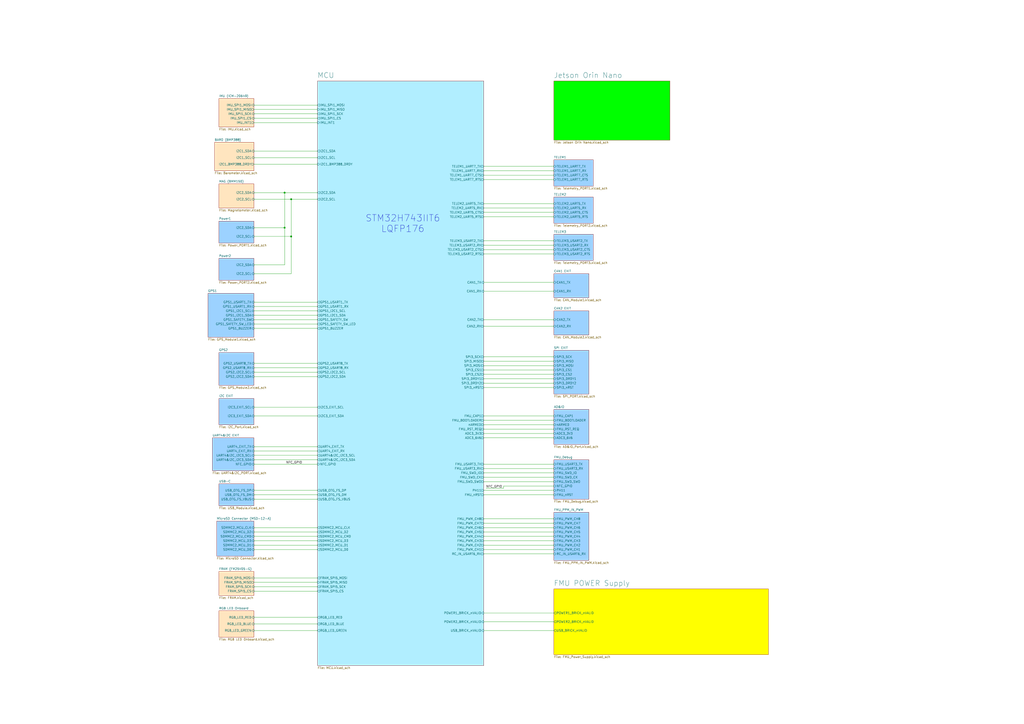
<source format=kicad_sch>
(kicad_sch
	(version 20231120)
	(generator "eeschema")
	(generator_version "8.0")
	(uuid "cf9d6f46-4151-4f99-a0eb-0d43c2880094")
	(paper "A2")
	(lib_symbols)
	(junction
		(at 168.91 137.16)
		(diameter 0)
		(color 0 0 0 0)
		(uuid "4c66aa2d-2a9d-4a28-be15-bd5024a9315b")
	)
	(junction
		(at 168.91 115.57)
		(diameter 0)
		(color 0 0 0 0)
		(uuid "6014fe70-053e-410b-b7e3-6daad003d77f")
	)
	(junction
		(at 165.1 132.08)
		(diameter 0)
		(color 0 0 0 0)
		(uuid "90603a91-a898-4ece-8c0d-643da8b19535")
	)
	(junction
		(at 165.1 111.76)
		(diameter 0)
		(color 0 0 0 0)
		(uuid "e04cff9c-0d4c-4d1c-83f1-dcd8602af1d8")
	)
	(wire
		(pts
			(xy 280.67 321.31) (xy 321.31 321.31)
		)
		(stroke
			(width 0)
			(type default)
		)
		(uuid "03633a93-a633-416e-956d-69bea4c50a1f")
	)
	(wire
		(pts
			(xy 280.67 104.14) (xy 321.31 104.14)
		)
		(stroke
			(width 0)
			(type default)
		)
		(uuid "04cf2cfa-b08b-4e6c-9d45-199eb752e29e")
	)
	(wire
		(pts
			(xy 147.32 340.36) (xy 184.15 340.36)
		)
		(stroke
			(width 0)
			(type default)
		)
		(uuid "06a35148-c27d-43e4-99a1-01326e827eff")
	)
	(wire
		(pts
			(xy 147.32 71.12) (xy 184.15 71.12)
		)
		(stroke
			(width 0)
			(type default)
		)
		(uuid "0c30c2a1-2066-476c-8e96-cc501534da77")
	)
	(wire
		(pts
			(xy 147.32 66.04) (xy 184.15 66.04)
		)
		(stroke
			(width 0)
			(type default)
		)
		(uuid "146f543f-c7b1-4b28-8e25-dc685527d377")
	)
	(wire
		(pts
			(xy 147.32 358.14) (xy 184.15 358.14)
		)
		(stroke
			(width 0)
			(type default)
		)
		(uuid "1751acd3-0abb-420c-b535-837f69d84082")
	)
	(wire
		(pts
			(xy 147.32 365.76) (xy 184.15 365.76)
		)
		(stroke
			(width 0)
			(type default)
		)
		(uuid "1ae98525-c505-4b27-b0cd-37367f3db5c3")
	)
	(wire
		(pts
			(xy 147.32 91.44) (xy 184.15 91.44)
		)
		(stroke
			(width 0)
			(type default)
		)
		(uuid "1b76c037-2908-4cd7-8e9a-0eeb812a07c4")
	)
	(wire
		(pts
			(xy 280.67 189.23) (xy 321.31 189.23)
		)
		(stroke
			(width 0)
			(type default)
		)
		(uuid "1dfe6fbf-15c7-449d-99dc-6c4c1fcde68c")
	)
	(wire
		(pts
			(xy 280.67 168.91) (xy 321.31 168.91)
		)
		(stroke
			(width 0)
			(type default)
		)
		(uuid "200103de-574e-41c3-a949-47d298a7fa19")
	)
	(wire
		(pts
			(xy 147.32 158.75) (xy 168.91 158.75)
		)
		(stroke
			(width 0)
			(type default)
		)
		(uuid "222d695c-f72e-4af5-800d-70cc7a11bf7a")
	)
	(wire
		(pts
			(xy 292.1 281.94) (xy 321.31 281.94)
		)
		(stroke
			(width 0)
			(type default)
		)
		(uuid "2301c4d8-e01c-4c57-b680-1c6573434f03")
	)
	(wire
		(pts
			(xy 147.32 269.24) (xy 184.15 269.24)
		)
		(stroke
			(width 0)
			(type default)
		)
		(uuid "23c368df-8eb4-49db-8a3e-183b06623bc8")
	)
	(wire
		(pts
			(xy 280.67 254) (xy 321.31 254)
		)
		(stroke
			(width 0)
			(type default)
		)
		(uuid "243e8832-9e1d-4ec7-a93c-090d2f0f4d67")
	)
	(wire
		(pts
			(xy 280.67 316.23) (xy 321.31 316.23)
		)
		(stroke
			(width 0)
			(type default)
		)
		(uuid "24e087be-996d-47b6-892f-b42ebdd16024")
	)
	(wire
		(pts
			(xy 280.67 144.78) (xy 321.31 144.78)
		)
		(stroke
			(width 0)
			(type default)
		)
		(uuid "29157772-0cea-4db5-bba7-be0b9f2a9144")
	)
	(wire
		(pts
			(xy 280.67 274.32) (xy 321.31 274.32)
		)
		(stroke
			(width 0)
			(type default)
		)
		(uuid "3004dea6-11e1-4f4f-9ecf-2997c32148d4")
	)
	(wire
		(pts
			(xy 280.67 308.61) (xy 321.31 308.61)
		)
		(stroke
			(width 0)
			(type default)
		)
		(uuid "314e52b3-ee5a-43c0-8503-261d1c21e337")
	)
	(wire
		(pts
			(xy 147.32 177.8) (xy 184.15 177.8)
		)
		(stroke
			(width 0)
			(type default)
		)
		(uuid "31558b74-f84e-410b-bf82-c5f2bac29e0b")
	)
	(wire
		(pts
			(xy 147.32 284.48) (xy 184.15 284.48)
		)
		(stroke
			(width 0)
			(type default)
		)
		(uuid "317ca92f-2f81-4666-982d-35a23c0b2e2a")
	)
	(wire
		(pts
			(xy 165.1 111.76) (xy 184.15 111.76)
		)
		(stroke
			(width 0)
			(type default)
		)
		(uuid "31ea585a-00a6-45c2-85c8-1edcfd9e2e5a")
	)
	(wire
		(pts
			(xy 147.32 68.58) (xy 184.15 68.58)
		)
		(stroke
			(width 0)
			(type default)
		)
		(uuid "335b7a80-11d2-426b-9f07-f7f00f4821e3")
	)
	(wire
		(pts
			(xy 280.67 271.78) (xy 321.31 271.78)
		)
		(stroke
			(width 0)
			(type default)
		)
		(uuid "34406e91-9455-431f-979f-c310fc6517d4")
	)
	(wire
		(pts
			(xy 280.67 279.4) (xy 321.31 279.4)
		)
		(stroke
			(width 0)
			(type default)
		)
		(uuid "354258be-2c48-421d-ba97-a872a64515a1")
	)
	(wire
		(pts
			(xy 280.67 246.38) (xy 321.31 246.38)
		)
		(stroke
			(width 0)
			(type default)
		)
		(uuid "38c2d4f6-ef6e-43d4-97f0-28476876415c")
	)
	(wire
		(pts
			(xy 280.67 241.3) (xy 321.31 241.3)
		)
		(stroke
			(width 0)
			(type default)
		)
		(uuid "3b186194-60c3-405f-bd87-4d4d2bcb2db0")
	)
	(wire
		(pts
			(xy 147.32 115.57) (xy 168.91 115.57)
		)
		(stroke
			(width 0)
			(type default)
		)
		(uuid "3cd7bcac-afa4-4cd5-96ac-7c918099cfd9")
	)
	(wire
		(pts
			(xy 280.67 365.76) (xy 321.31 365.76)
		)
		(stroke
			(width 0)
			(type default)
		)
		(uuid "3ffb3391-0d98-41cc-a778-77197701bfca")
	)
	(wire
		(pts
			(xy 147.32 215.9) (xy 184.15 215.9)
		)
		(stroke
			(width 0)
			(type default)
		)
		(uuid "40a6f8f5-63bb-4de4-94f2-8f5287301bfd")
	)
	(wire
		(pts
			(xy 280.67 207.01) (xy 321.31 207.01)
		)
		(stroke
			(width 0)
			(type default)
		)
		(uuid "431c6751-4924-454e-96b1-01574690ed23")
	)
	(wire
		(pts
			(xy 147.32 187.96) (xy 184.15 187.96)
		)
		(stroke
			(width 0)
			(type default)
		)
		(uuid "44ed0517-aab1-440a-9051-07cfb6446d01")
	)
	(wire
		(pts
			(xy 280.67 355.6) (xy 321.31 355.6)
		)
		(stroke
			(width 0)
			(type default)
		)
		(uuid "44f81e3f-0806-4527-8b88-e11b8abfc070")
	)
	(wire
		(pts
			(xy 147.32 311.15) (xy 184.15 311.15)
		)
		(stroke
			(width 0)
			(type default)
		)
		(uuid "45200f32-2599-451a-a5ee-c5c4c6ace3fd")
	)
	(wire
		(pts
			(xy 280.67 224.79) (xy 321.31 224.79)
		)
		(stroke
			(width 0)
			(type default)
		)
		(uuid "4716730e-3292-4098-bd85-53c159690ad1")
	)
	(wire
		(pts
			(xy 280.67 123.19) (xy 321.31 123.19)
		)
		(stroke
			(width 0)
			(type default)
		)
		(uuid "48bbf863-ffe8-435a-b958-a0d22e9879aa")
	)
	(wire
		(pts
			(xy 168.91 137.16) (xy 168.91 158.75)
		)
		(stroke
			(width 0)
			(type default)
		)
		(uuid "4eb7b2f9-e3a1-46c5-a296-581eaec38a90")
	)
	(wire
		(pts
			(xy 147.32 261.62) (xy 184.15 261.62)
		)
		(stroke
			(width 0)
			(type default)
		)
		(uuid "4f2c270e-059f-4b66-b4f7-89a1f020f189")
	)
	(wire
		(pts
			(xy 147.32 266.7) (xy 184.15 266.7)
		)
		(stroke
			(width 0)
			(type default)
		)
		(uuid "4f9a7414-8220-42fb-9450-15af0b44da8e")
	)
	(wire
		(pts
			(xy 280.67 311.15) (xy 321.31 311.15)
		)
		(stroke
			(width 0)
			(type default)
		)
		(uuid "51c2f3b4-84f8-4825-bad7-4363c4d08d58")
	)
	(wire
		(pts
			(xy 280.67 209.55) (xy 321.31 209.55)
		)
		(stroke
			(width 0)
			(type default)
		)
		(uuid "53e17b3a-cd96-455f-96fb-fdc32fbfea96")
	)
	(wire
		(pts
			(xy 147.32 306.07) (xy 184.15 306.07)
		)
		(stroke
			(width 0)
			(type default)
		)
		(uuid "53fb0a83-7cd0-47c0-a25e-7354180f7b03")
	)
	(wire
		(pts
			(xy 147.32 180.34) (xy 184.15 180.34)
		)
		(stroke
			(width 0)
			(type default)
		)
		(uuid "56dce3b8-2141-447b-a302-8f627a9cdcc0")
	)
	(wire
		(pts
			(xy 147.32 337.82) (xy 184.15 337.82)
		)
		(stroke
			(width 0)
			(type default)
		)
		(uuid "5993bbdc-04b7-43d6-9575-39d4e780e3c8")
	)
	(wire
		(pts
			(xy 280.67 185.42) (xy 321.31 185.42)
		)
		(stroke
			(width 0)
			(type default)
		)
		(uuid "59c35455-dd3c-4f9c-8153-4cd2efea8c89")
	)
	(wire
		(pts
			(xy 147.32 308.61) (xy 184.15 308.61)
		)
		(stroke
			(width 0)
			(type default)
		)
		(uuid "6366034f-4fc9-471d-a971-35e79faf6c21")
	)
	(wire
		(pts
			(xy 147.32 95.25) (xy 184.15 95.25)
		)
		(stroke
			(width 0)
			(type default)
		)
		(uuid "646e0765-8575-441b-9aa8-f62cf79eba02")
	)
	(wire
		(pts
			(xy 147.32 87.63) (xy 184.15 87.63)
		)
		(stroke
			(width 0)
			(type default)
		)
		(uuid "6d5d0c97-3ae2-4b74-a4e2-88aed56196f5")
	)
	(wire
		(pts
			(xy 280.67 101.6) (xy 321.31 101.6)
		)
		(stroke
			(width 0)
			(type default)
		)
		(uuid "7151fd87-6fa9-4e0f-8b61-0ae2f801e955")
	)
	(wire
		(pts
			(xy 280.67 306.07) (xy 321.31 306.07)
		)
		(stroke
			(width 0)
			(type default)
		)
		(uuid "715aaefa-2a6c-4039-b461-cc0c8bada0d6")
	)
	(wire
		(pts
			(xy 147.32 190.5) (xy 184.15 190.5)
		)
		(stroke
			(width 0)
			(type default)
		)
		(uuid "75062b7d-e818-4c55-b1a7-856bfd06dc10")
	)
	(wire
		(pts
			(xy 280.67 120.65) (xy 321.31 120.65)
		)
		(stroke
			(width 0)
			(type default)
		)
		(uuid "760ca820-2f96-4e95-bc65-294445927221")
	)
	(wire
		(pts
			(xy 165.1 132.08) (xy 165.1 153.67)
		)
		(stroke
			(width 0)
			(type default)
		)
		(uuid "774d41ec-0a8c-45ca-8401-00206c004cc6")
	)
	(wire
		(pts
			(xy 147.32 318.77) (xy 184.15 318.77)
		)
		(stroke
			(width 0)
			(type default)
		)
		(uuid "7abb9dc9-f366-429e-8aba-44623f4c6cee")
	)
	(wire
		(pts
			(xy 280.67 139.7) (xy 321.31 139.7)
		)
		(stroke
			(width 0)
			(type default)
		)
		(uuid "7e758e53-278f-4650-abb6-73fbdf8d9491")
	)
	(wire
		(pts
			(xy 147.32 182.88) (xy 184.15 182.88)
		)
		(stroke
			(width 0)
			(type default)
		)
		(uuid "840bd6af-50a3-461e-9ddf-e6e6fcc01666")
	)
	(wire
		(pts
			(xy 280.67 248.92) (xy 321.31 248.92)
		)
		(stroke
			(width 0)
			(type default)
		)
		(uuid "84254084-cea6-4974-b964-ea0db676c143")
	)
	(wire
		(pts
			(xy 147.32 342.9) (xy 184.15 342.9)
		)
		(stroke
			(width 0)
			(type default)
		)
		(uuid "850ca47e-6972-4149-9277-a67fb76594e4")
	)
	(wire
		(pts
			(xy 280.67 99.06) (xy 321.31 99.06)
		)
		(stroke
			(width 0)
			(type default)
		)
		(uuid "8a9614eb-e802-438c-9cd6-e98714ec05da")
	)
	(wire
		(pts
			(xy 281.94 283.21) (xy 292.1 283.21)
		)
		(stroke
			(width 0)
			(type default)
		)
		(uuid "8d4a6302-7936-4289-9b38-653cd797bbd1")
	)
	(wire
		(pts
			(xy 147.32 316.23) (xy 184.15 316.23)
		)
		(stroke
			(width 0)
			(type default)
		)
		(uuid "8ebdd758-eb8b-4c5b-9354-378538b83bba")
	)
	(wire
		(pts
			(xy 147.32 137.16) (xy 168.91 137.16)
		)
		(stroke
			(width 0)
			(type default)
		)
		(uuid "8f0e53bf-6ab1-40e9-8e00-1679571ae51a")
	)
	(wire
		(pts
			(xy 280.67 125.73) (xy 321.31 125.73)
		)
		(stroke
			(width 0)
			(type default)
		)
		(uuid "8f850c58-3f3b-44de-b3cd-7a3db37fa6ca")
	)
	(wire
		(pts
			(xy 165.1 111.76) (xy 165.1 132.08)
		)
		(stroke
			(width 0)
			(type default)
		)
		(uuid "92644380-7c3f-4fc6-b9b1-794fa6f21219")
	)
	(wire
		(pts
			(xy 280.67 219.71) (xy 321.31 219.71)
		)
		(stroke
			(width 0)
			(type default)
		)
		(uuid "97a9fd55-ce39-4e56-a8cf-1a0330c398f6")
	)
	(wire
		(pts
			(xy 280.67 360.68) (xy 321.31 360.68)
		)
		(stroke
			(width 0)
			(type default)
		)
		(uuid "99d69e31-f678-425c-8ed4-977bd8b9e8ac")
	)
	(wire
		(pts
			(xy 147.32 132.08) (xy 165.1 132.08)
		)
		(stroke
			(width 0)
			(type default)
		)
		(uuid "a4576a4d-d375-4e37-8964-62e9844abf83")
	)
	(wire
		(pts
			(xy 280.67 142.24) (xy 321.31 142.24)
		)
		(stroke
			(width 0)
			(type default)
		)
		(uuid "a8b009f1-71b2-432c-9f04-222769b16349")
	)
	(wire
		(pts
			(xy 147.32 185.42) (xy 184.15 185.42)
		)
		(stroke
			(width 0)
			(type default)
		)
		(uuid "aa2b3772-c9e1-4b73-964a-ccf4a70f432e")
	)
	(wire
		(pts
			(xy 147.32 259.08) (xy 184.15 259.08)
		)
		(stroke
			(width 0)
			(type default)
		)
		(uuid "aa51b1bc-9d95-4565-84a4-b3dd104518a8")
	)
	(wire
		(pts
			(xy 147.32 153.67) (xy 165.1 153.67)
		)
		(stroke
			(width 0)
			(type default)
		)
		(uuid "ac503662-3762-4ed9-8604-99b1ed7301c4")
	)
	(wire
		(pts
			(xy 147.32 289.56) (xy 184.15 289.56)
		)
		(stroke
			(width 0)
			(type default)
		)
		(uuid "be70b9cb-f4f2-493a-a158-73ec00af5c69")
	)
	(wire
		(pts
			(xy 280.67 118.11) (xy 321.31 118.11)
		)
		(stroke
			(width 0)
			(type default)
		)
		(uuid "be79eda4-12fb-4d6d-be0e-5a95da195230")
	)
	(wire
		(pts
			(xy 280.67 147.32) (xy 321.31 147.32)
		)
		(stroke
			(width 0)
			(type default)
		)
		(uuid "c11b2bd5-caef-4c38-af6b-fc9ad9c9bd03")
	)
	(wire
		(pts
			(xy 280.67 303.53) (xy 321.31 303.53)
		)
		(stroke
			(width 0)
			(type default)
		)
		(uuid "c126568c-f4c4-417f-9363-a95f8188a791")
	)
	(wire
		(pts
			(xy 147.32 264.16) (xy 184.15 264.16)
		)
		(stroke
			(width 0)
			(type default)
		)
		(uuid "c28bf512-6154-4ae9-9a1c-b8753977d167")
	)
	(wire
		(pts
			(xy 147.32 241.3) (xy 184.15 241.3)
		)
		(stroke
			(width 0)
			(type default)
		)
		(uuid "c811c07f-1b9f-40a5-aaba-db7ab6cf67ea")
	)
	(wire
		(pts
			(xy 280.67 214.63) (xy 321.31 214.63)
		)
		(stroke
			(width 0)
			(type default)
		)
		(uuid "c972055e-7435-4c40-9198-e052f225a683")
	)
	(wire
		(pts
			(xy 147.32 287.02) (xy 184.15 287.02)
		)
		(stroke
			(width 0)
			(type default)
		)
		(uuid "ca467bfb-96da-4ec5-a848-b3943b5acede")
	)
	(wire
		(pts
			(xy 147.32 313.69) (xy 184.15 313.69)
		)
		(stroke
			(width 0)
			(type default)
		)
		(uuid "cb780185-ec73-45db-9ee3-46e69960e594")
	)
	(wire
		(pts
			(xy 147.32 236.22) (xy 184.15 236.22)
		)
		(stroke
			(width 0)
			(type default)
		)
		(uuid "cc40c94e-18e4-4b03-bfd1-9d177234550e")
	)
	(wire
		(pts
			(xy 280.67 212.09) (xy 321.31 212.09)
		)
		(stroke
			(width 0)
			(type default)
		)
		(uuid "cccba2ac-2138-42a1-98ea-b32417eed340")
	)
	(wire
		(pts
			(xy 280.67 284.48) (xy 321.31 284.48)
		)
		(stroke
			(width 0)
			(type default)
		)
		(uuid "cf0c66be-09df-49f2-b9ec-0c076edb225e")
	)
	(wire
		(pts
			(xy 280.67 243.84) (xy 321.31 243.84)
		)
		(stroke
			(width 0)
			(type default)
		)
		(uuid "d22632a5-8632-4bfe-b601-5a7da94b3452")
	)
	(wire
		(pts
			(xy 147.32 335.28) (xy 184.15 335.28)
		)
		(stroke
			(width 0)
			(type default)
		)
		(uuid "d2e067d0-9d51-46ce-814a-8b8bb9af38e5")
	)
	(wire
		(pts
			(xy 280.67 300.99) (xy 321.31 300.99)
		)
		(stroke
			(width 0)
			(type default)
		)
		(uuid "d620eac8-0803-406d-bf6f-bac3888698b4")
	)
	(wire
		(pts
			(xy 147.32 361.95) (xy 184.15 361.95)
		)
		(stroke
			(width 0)
			(type default)
		)
		(uuid "d70cd4a4-9fdc-4952-b4a2-f9cf9bf011c1")
	)
	(wire
		(pts
			(xy 280.67 269.24) (xy 321.31 269.24)
		)
		(stroke
			(width 0)
			(type default)
		)
		(uuid "d8b3f9c9-ade7-4f7a-856c-49c7537a4424")
	)
	(wire
		(pts
			(xy 280.67 217.17) (xy 321.31 217.17)
		)
		(stroke
			(width 0)
			(type default)
		)
		(uuid "dc5a3a09-05b4-4ee4-b4a4-dc9fb7b1f634")
	)
	(wire
		(pts
			(xy 280.67 276.86) (xy 321.31 276.86)
		)
		(stroke
			(width 0)
			(type default)
		)
		(uuid "dc8edf69-0840-4397-946d-30187d34167f")
	)
	(wire
		(pts
			(xy 280.67 222.25) (xy 321.31 222.25)
		)
		(stroke
			(width 0)
			(type default)
		)
		(uuid "dfc3e353-8d29-455f-8589-ca1b3174f39a")
	)
	(wire
		(pts
			(xy 168.91 115.57) (xy 184.15 115.57)
		)
		(stroke
			(width 0)
			(type default)
		)
		(uuid "e05ae009-817c-408c-ac9c-10322ee0fda3")
	)
	(wire
		(pts
			(xy 280.67 251.46) (xy 321.31 251.46)
		)
		(stroke
			(width 0)
			(type default)
		)
		(uuid "e3c501ed-c21b-4a2d-a04b-1ab9af687796")
	)
	(wire
		(pts
			(xy 147.32 111.76) (xy 165.1 111.76)
		)
		(stroke
			(width 0)
			(type default)
		)
		(uuid "e72360a0-445b-4dcf-a015-7278dce270ce")
	)
	(wire
		(pts
			(xy 280.67 287.02) (xy 321.31 287.02)
		)
		(stroke
			(width 0)
			(type default)
		)
		(uuid "ea80297c-1362-4c6c-9814-81e0d3577ffb")
	)
	(wire
		(pts
			(xy 292.1 283.21) (xy 292.1 281.94)
		)
		(stroke
			(width 0)
			(type default)
		)
		(uuid "eeac2a04-21d6-4105-a048-c5c72a32055a")
	)
	(wire
		(pts
			(xy 147.32 210.82) (xy 184.15 210.82)
		)
		(stroke
			(width 0)
			(type default)
		)
		(uuid "f03147c3-cae6-41d3-966c-055e74ccdc16")
	)
	(wire
		(pts
			(xy 280.67 318.77) (xy 321.31 318.77)
		)
		(stroke
			(width 0)
			(type default)
		)
		(uuid "f36986bf-baf4-4642-94c3-9e90e45dd49d")
	)
	(wire
		(pts
			(xy 147.32 63.5) (xy 184.15 63.5)
		)
		(stroke
			(width 0)
			(type default)
		)
		(uuid "f6ffb661-3efd-4072-91ec-c6aa2803ec14")
	)
	(wire
		(pts
			(xy 280.67 163.83) (xy 321.31 163.83)
		)
		(stroke
			(width 0)
			(type default)
		)
		(uuid "f93795b8-1f6b-4bb1-822c-80d6a2535129")
	)
	(wire
		(pts
			(xy 168.91 115.57) (xy 168.91 137.16)
		)
		(stroke
			(width 0)
			(type default)
		)
		(uuid "f9a2bf7d-56eb-4375-837e-f3460de86ff5")
	)
	(wire
		(pts
			(xy 147.32 213.36) (xy 184.15 213.36)
		)
		(stroke
			(width 0)
			(type default)
		)
		(uuid "fb70cc61-9ac4-4484-8b84-799d7f71eec1")
	)
	(wire
		(pts
			(xy 147.32 60.96) (xy 184.15 60.96)
		)
		(stroke
			(width 0)
			(type default)
		)
		(uuid "fba2bd71-3a75-4337-8c20-be2716cfe11e")
	)
	(wire
		(pts
			(xy 280.67 313.69) (xy 321.31 313.69)
		)
		(stroke
			(width 0)
			(type default)
		)
		(uuid "fca2f2c6-ba61-4b51-8057-daf0634542f0")
	)
	(wire
		(pts
			(xy 280.67 96.52) (xy 321.31 96.52)
		)
		(stroke
			(width 0)
			(type default)
		)
		(uuid "fd1e654a-cb89-485f-abe1-930fa471d8e2")
	)
	(wire
		(pts
			(xy 147.32 175.26) (xy 184.15 175.26)
		)
		(stroke
			(width 0)
			(type default)
		)
		(uuid "ffb6f091-b468-4607-b24b-3e72b7e68a99")
	)
	(wire
		(pts
			(xy 147.32 218.44) (xy 184.15 218.44)
		)
		(stroke
			(width 0)
			(type default)
		)
		(uuid "ffe52478-d13b-40db-821b-e1e32c833bcc")
	)
	(text "STM32H743IIT6\nLQFP176"
		(exclude_from_sim no)
		(at 233.68 129.794 0)
		(effects
			(font
				(size 3.81 3.81)
			)
		)
		(uuid "567916c7-46e1-45a2-97d1-22804edabbd7")
	)
	(label "NFC_GPIO"
		(at 175.26 269.24 180)
		(fields_autoplaced yes)
		(effects
			(font
				(size 1.27 1.27)
			)
			(justify right bottom)
		)
		(uuid "83f68854-08dd-46db-8f36-c073bd9819b6")
	)
	(label "NFC_GPIO"
		(at 281.94 283.21 0)
		(fields_autoplaced yes)
		(effects
			(font
				(size 1.27 1.27)
			)
			(justify left bottom)
		)
		(uuid "fee795c4-d58e-4f5a-b5e0-15065971702b")
	)
	(sheet
		(at 321.31 180.34)
		(size 20.32 13.97)
		(fields_autoplaced yes)
		(stroke
			(width 0.1524)
			(type solid)
		)
		(fill
			(color 156 210 255 1.0000)
		)
		(uuid "080610e6-7f08-4ef8-a015-119c4d68dd91")
		(property "Sheetname" "CAN2 EXIT"
			(at 321.31 179.6284 0)
			(effects
				(font
					(size 1.27 1.27)
				)
				(justify left bottom)
			)
		)
		(property "Sheetfile" "CAN_Module2.kicad_sch"
			(at 321.31 194.8946 0)
			(effects
				(font
					(size 1.27 1.27)
				)
				(justify left top)
			)
		)
		(pin "CAN2_TX" input
			(at 321.31 185.42 180)
			(effects
				(font
					(size 1.27 1.27)
				)
				(justify left)
			)
			(uuid "ef0bcc78-48fd-4937-898c-1e37250002ca")
		)
		(pin "CAN2_RX" input
			(at 321.31 189.23 180)
			(effects
				(font
					(size 1.27 1.27)
				)
				(justify left)
			)
			(uuid "e1a1b282-6235-44c6-a32e-c83a5beb1fd4")
		)
		(instances
			(project "FMU_Base_board_Design"
				(path "/cf9d6f46-4151-4f99-a0eb-0d43c2880094"
					(page "17")
				)
			)
		)
	)
	(sheet
		(at 127 204.47)
		(size 20.32 19.05)
		(fields_autoplaced yes)
		(stroke
			(width 0.1524)
			(type solid)
		)
		(fill
			(color 156 210 255 1.0000)
		)
		(uuid "1397e23d-643c-41a5-bf16-2e27aff60cfa")
		(property "Sheetname" "GPS2"
			(at 127 203.7584 0)
			(effects
				(font
					(size 1.27 1.27)
				)
				(justify left bottom)
			)
		)
		(property "Sheetfile" "GPS_Module2.kicad_sch"
			(at 127 224.1046 0)
			(effects
				(font
					(size 1.27 1.27)
				)
				(justify left top)
			)
		)
		(pin "GPS2_USART8_RX" input
			(at 147.32 213.36 0)
			(effects
				(font
					(size 1.27 1.27)
				)
				(justify right)
			)
			(uuid "6c96b6a5-3cd2-4df6-91c9-b615732e7027")
		)
		(pin "GPS2_USART8_TX" input
			(at 147.32 210.82 0)
			(effects
				(font
					(size 1.27 1.27)
				)
				(justify right)
			)
			(uuid "718f1965-b17e-4ce8-bba1-37f48cc3c913")
		)
		(pin "GPS2_I2C2_SDA" input
			(at 147.32 218.44 0)
			(effects
				(font
					(size 1.27 1.27)
				)
				(justify right)
			)
			(uuid "958395d8-98a8-4a50-a2af-637eff0ea879")
		)
		(pin "GPS2_I2C2_SCL" input
			(at 147.32 215.9 0)
			(effects
				(font
					(size 1.27 1.27)
				)
				(justify right)
			)
			(uuid "e0dd58d3-102c-4c80-8e4a-31efcf07f3c7")
		)
		(instances
			(project "FMU_Base_board_Design"
				(path "/cf9d6f46-4151-4f99-a0eb-0d43c2880094"
					(page "15")
				)
			)
		)
	)
	(sheet
		(at 321.31 297.18)
		(size 20.32 27.94)
		(fields_autoplaced yes)
		(stroke
			(width 0.1524)
			(type solid)
		)
		(fill
			(color 156 210 255 1.0000)
		)
		(uuid "1409cbcd-a32e-436e-95c8-a88a61c8291a")
		(property "Sheetname" "FMU_PPM_IN_PWM"
			(at 321.31 296.4684 0)
			(effects
				(font
					(size 1.27 1.27)
				)
				(justify left bottom)
			)
		)
		(property "Sheetfile" "FMU_PPM_IN_PWM.kicad_sch"
			(at 321.31 325.7046 0)
			(effects
				(font
					(size 1.27 1.27)
				)
				(justify left top)
			)
		)
		(pin "FMU_PWM_CH5" input
			(at 321.31 308.61 180)
			(effects
				(font
					(size 1.27 1.27)
				)
				(justify left)
			)
			(uuid "1ffa9d66-c46a-4c96-946e-7ee7f9c2cd38")
		)
		(pin "FMU_PWM_CH4" input
			(at 321.31 311.15 180)
			(effects
				(font
					(size 1.27 1.27)
				)
				(justify left)
			)
			(uuid "2c7eaa8e-7e37-4f7b-98d7-9baa6b3974c0")
		)
		(pin "FMU_PWM_CH6" input
			(at 321.31 306.07 180)
			(effects
				(font
					(size 1.27 1.27)
				)
				(justify left)
			)
			(uuid "21c6dcff-d58d-4de9-862a-22a7addc3955")
		)
		(pin "FMU_PWM_CH7" input
			(at 321.31 303.53 180)
			(effects
				(font
					(size 1.27 1.27)
				)
				(justify left)
			)
			(uuid "7c35d90f-9a49-4786-bcea-098ca1f6b13d")
		)
		(pin "FMU_PWM_CH8" input
			(at 321.31 300.99 180)
			(effects
				(font
					(size 1.27 1.27)
				)
				(justify left)
			)
			(uuid "d64fdcb7-4b85-4aad-908c-4b7a9035a6e6")
		)
		(pin "FMU_PWM_CH1" input
			(at 321.31 318.77 180)
			(effects
				(font
					(size 1.27 1.27)
				)
				(justify left)
			)
			(uuid "f885bff4-ae37-411d-b267-f2a20a519610")
		)
		(pin "RC_IN_USART6_RX" input
			(at 321.31 321.31 180)
			(effects
				(font
					(size 1.27 1.27)
				)
				(justify left)
			)
			(uuid "c4600d15-bc78-4c4d-aad3-a469bd404e5f")
		)
		(pin "FMU_PWM_CH2" input
			(at 321.31 316.23 180)
			(effects
				(font
					(size 1.27 1.27)
				)
				(justify left)
			)
			(uuid "c9e36a89-a817-4c4a-9efb-801d1382d6d2")
		)
		(pin "FMU_PWM_CH3" input
			(at 321.31 313.69 180)
			(effects
				(font
					(size 1.27 1.27)
				)
				(justify left)
			)
			(uuid "5b777a81-9944-405d-87eb-fc219dcc76fc")
		)
		(instances
			(project "FMU_Base_board_Design"
				(path "/cf9d6f46-4151-4f99-a0eb-0d43c2880094"
					(page "26")
				)
			)
		)
	)
	(sheet
		(at 120.65 170.18)
		(size 26.67 25.4)
		(fields_autoplaced yes)
		(stroke
			(width 0.1524)
			(type solid)
		)
		(fill
			(color 156 210 255 1.0000)
		)
		(uuid "164e7540-83a0-4616-9898-f39702164c54")
		(property "Sheetname" "GPS1"
			(at 120.65 169.4684 0)
			(effects
				(font
					(size 1.27 1.27)
				)
				(justify left bottom)
			)
		)
		(property "Sheetfile" "GPS_Module1.kicad_sch"
			(at 120.65 196.1646 0)
			(effects
				(font
					(size 1.27 1.27)
				)
				(justify left top)
			)
		)
		(pin "GPS1_SAFETY_SW" output
			(at 147.32 185.42 0)
			(effects
				(font
					(size 1.27 1.27)
				)
				(justify right)
			)
			(uuid "a799288f-1496-4884-a76b-73c9b796f714")
		)
		(pin "GPS1_USART1_TX" input
			(at 147.32 175.26 0)
			(effects
				(font
					(size 1.27 1.27)
				)
				(justify right)
			)
			(uuid "28d7e0d9-8715-4628-91d7-9b9192773e1d")
		)
		(pin "GPS1_USART1_RX" input
			(at 147.32 177.8 0)
			(effects
				(font
					(size 1.27 1.27)
				)
				(justify right)
			)
			(uuid "d91941e6-c190-4cc0-a937-d7799e310126")
		)
		(pin "GPS1_SAFETY_SW_LED" input
			(at 147.32 187.96 0)
			(effects
				(font
					(size 1.27 1.27)
				)
				(justify right)
			)
			(uuid "dd10fd79-4fb2-4fd5-bd6f-bce926180115")
		)
		(pin "GPS1_BUZZER" input
			(at 147.32 190.5 0)
			(effects
				(font
					(size 1.27 1.27)
				)
				(justify right)
			)
			(uuid "afd49505-ecc0-4d84-b67a-e895c2688f46")
		)
		(pin "GPS1_I2C1_SCL" bidirectional
			(at 147.32 180.34 0)
			(effects
				(font
					(size 1.27 1.27)
				)
				(justify right)
			)
			(uuid "1c53a1a7-0113-461d-b16b-28ddc3d2f552")
		)
		(pin "GPS1_I2C1_SDA" bidirectional
			(at 147.32 182.88 0)
			(effects
				(font
					(size 1.27 1.27)
				)
				(justify right)
			)
			(uuid "f50d228d-31f0-4942-b794-2397c4399770")
		)
		(instances
			(project "FMU_Base_board_Design"
				(path "/cf9d6f46-4151-4f99-a0eb-0d43c2880094"
					(page "14")
				)
			)
		)
	)
	(sheet
		(at 321.31 237.49)
		(size 20.32 20.32)
		(fields_autoplaced yes)
		(stroke
			(width 0.1524)
			(type solid)
		)
		(fill
			(color 156 210 255 1.0000)
		)
		(uuid "199fbc30-cd29-4748-9221-fc00d2738352")
		(property "Sheetname" "AD&IO"
			(at 321.31 236.7784 0)
			(effects
				(font
					(size 1.27 1.27)
				)
				(justify left bottom)
			)
		)
		(property "Sheetfile" "AD&IO_Port.kicad_sch"
			(at 321.31 258.3946 0)
			(effects
				(font
					(size 1.27 1.27)
				)
				(justify left top)
			)
		)
		(pin "FMU_RST_REQ" input
			(at 321.31 248.92 180)
			(effects
				(font
					(size 1.27 1.27)
				)
				(justify left)
			)
			(uuid "5c696dce-e076-4795-8670-4262ef614060")
		)
		(pin "FMU_BOOTLOADER" input
			(at 321.31 243.84 180)
			(effects
				(font
					(size 1.27 1.27)
				)
				(justify left)
			)
			(uuid "0c089d10-d3ce-4e0b-8d47-5da9f34e6c97")
		)
		(pin "FMU_CAP1" input
			(at 321.31 241.3 180)
			(effects
				(font
					(size 1.27 1.27)
				)
				(justify left)
			)
			(uuid "0db656da-2bd0-4a49-9e8d-6265043f7c43")
		)
		(pin "ADC3_3V3" input
			(at 321.31 251.46 180)
			(effects
				(font
					(size 1.27 1.27)
				)
				(justify left)
			)
			(uuid "e5bb72f4-a246-4212-9091-072494cac0ff")
		)
		(pin "nARMED" input
			(at 321.31 246.38 180)
			(effects
				(font
					(size 1.27 1.27)
				)
				(justify left)
			)
			(uuid "39b8161c-09c0-4a88-a12c-afff5bbf8243")
		)
		(pin "ADC3_6V6" input
			(at 321.31 254 180)
			(effects
				(font
					(size 1.27 1.27)
				)
				(justify left)
			)
			(uuid "79e9d858-c621-4e64-b177-0edd49165519")
		)
		(instances
			(project "FMU_Base_board_Design"
				(path "/cf9d6f46-4151-4f99-a0eb-0d43c2880094"
					(page "23")
				)
			)
		)
	)
	(sheet
		(at 127 57.15)
		(size 20.32 16.51)
		(fields_autoplaced yes)
		(stroke
			(width 0.1524)
			(type solid)
		)
		(fill
			(color 255 229 191 1.0000)
		)
		(uuid "2b37cd62-1a6b-4ac9-b27a-5c6dd2145165")
		(property "Sheetname" "IMU (ICM-20649)"
			(at 127 56.4384 0)
			(effects
				(font
					(size 1.27 1.27)
				)
				(justify left bottom)
			)
		)
		(property "Sheetfile" "IMU.kicad_sch"
			(at 127 74.2446 0)
			(effects
				(font
					(size 1.27 1.27)
				)
				(justify left top)
			)
		)
		(pin "IMU_SPI1_MOSI" input
			(at 147.32 60.96 0)
			(effects
				(font
					(size 1.27 1.27)
				)
				(justify right)
			)
			(uuid "4888b5bf-f457-4684-a7f1-28fd5d91a152")
		)
		(pin "IMU_SPI1_MISO" output
			(at 147.32 63.5 0)
			(effects
				(font
					(size 1.27 1.27)
				)
				(justify right)
			)
			(uuid "578f3edd-9e7a-464e-8278-4bfed3f63c5b")
		)
		(pin "IMU_SPI1_SCK" input
			(at 147.32 66.04 0)
			(effects
				(font
					(size 1.27 1.27)
				)
				(justify right)
			)
			(uuid "530985fd-5611-45d4-9ea6-6a72804966ac")
		)
		(pin "IMU_INT1" output
			(at 147.32 71.12 0)
			(effects
				(font
					(size 1.27 1.27)
				)
				(justify right)
			)
			(uuid "1087f017-b509-4502-83ff-10f13abb7835")
		)
		(pin "IMU_SPI1_CS" input
			(at 147.32 68.58 0)
			(effects
				(font
					(size 1.27 1.27)
				)
				(justify right)
			)
			(uuid "725e6f18-f9c6-4bb4-bf5e-749ef209df40")
		)
		(instances
			(project "FMU_Base_board_Design"
				(path "/cf9d6f46-4151-4f99-a0eb-0d43c2880094"
					(page "3")
				)
			)
		)
	)
	(sheet
		(at 124.46 82.55)
		(size 22.86 16.51)
		(fields_autoplaced yes)
		(stroke
			(width 0.1524)
			(type solid)
		)
		(fill
			(color 255 229 191 1.0000)
		)
		(uuid "4052c601-3474-465e-82cd-7b63809ed8e8")
		(property "Sheetname" "BARO (BMP388)"
			(at 124.46 81.8384 0)
			(effects
				(font
					(size 1.27 1.27)
				)
				(justify left bottom)
			)
		)
		(property "Sheetfile" "Barometer.kicad_sch"
			(at 124.46 99.6446 0)
			(effects
				(font
					(size 1.27 1.27)
				)
				(justify left top)
			)
		)
		(pin "I2C1_BMP388_DRDY" output
			(at 147.32 95.25 0)
			(effects
				(font
					(size 1.27 1.27)
				)
				(justify right)
			)
			(uuid "cb51b8e3-576d-4812-aad1-15297c0e782a")
		)
		(pin "I2C1_SCL" input
			(at 147.32 91.44 0)
			(effects
				(font
					(size 1.27 1.27)
				)
				(justify right)
			)
			(uuid "84fe64ae-89d2-4cbe-a78d-c48ec2c6ce70")
		)
		(pin "I2C1_SDA" input
			(at 147.32 87.63 0)
			(effects
				(font
					(size 1.27 1.27)
				)
				(justify right)
			)
			(uuid "64468df8-5b77-4a26-8936-e365f912dcd6")
		)
		(instances
			(project "FMU_Base_board_Design"
				(path "/cf9d6f46-4151-4f99-a0eb-0d43c2880094"
					(page "4")
				)
			)
		)
	)
	(sheet
		(at 321.31 341.63)
		(size 124.46 38.1)
		(fields_autoplaced yes)
		(stroke
			(width 0.1524)
			(type solid)
		)
		(fill
			(color 255 255 0 1.0000)
		)
		(uuid "41bd1b29-e2da-4738-86d5-96823e1e82bc")
		(property "Sheetname" "FMU POWER Supply"
			(at 321.31 340.0534 0)
			(effects
				(font
					(size 3 3)
				)
				(justify left bottom)
			)
		)
		(property "Sheetfile" "FMU_Power_Supply.kicad_sch"
			(at 321.31 380.3146 0)
			(effects
				(font
					(size 1.27 1.27)
				)
				(justify left top)
			)
		)
		(pin "POWER1_BRICK_nVALID" output
			(at 321.31 355.6 180)
			(effects
				(font
					(size 1.27 1.27)
				)
				(justify left)
			)
			(uuid "e751e5a1-4d00-439a-8054-75bc6d8207ef")
		)
		(pin "POWER2_BRICK_nVALID" output
			(at 321.31 360.68 180)
			(effects
				(font
					(size 1.27 1.27)
				)
				(justify left)
			)
			(uuid "a241eef8-47b5-4764-b9d7-b17be952e35c")
		)
		(pin "USB_BRICK_nVALID" output
			(at 321.31 365.76 180)
			(effects
				(font
					(size 1.27 1.27)
				)
				(justify left)
			)
			(uuid "9f72889d-465b-4272-8db4-f9ae10540518")
		)
		(instances
			(project "FMU_Base_board_Design"
				(path "/cf9d6f46-4151-4f99-a0eb-0d43c2880094"
					(page "26")
				)
			)
		)
	)
	(sheet
		(at 127 106.68)
		(size 20.32 13.97)
		(fields_autoplaced yes)
		(stroke
			(width 0.1524)
			(type solid)
		)
		(fill
			(color 255 229 191 1.0000)
		)
		(uuid "4c002fda-09b0-406a-be1f-ac4e49161cea")
		(property "Sheetname" "MAG (BMM150)"
			(at 127 105.9684 0)
			(effects
				(font
					(size 1.27 1.27)
				)
				(justify left bottom)
			)
		)
		(property "Sheetfile" "Magnetometer.kicad_sch"
			(at 127 121.2346 0)
			(effects
				(font
					(size 1.27 1.27)
				)
				(justify left top)
			)
		)
		(pin "I2C2_SCL" input
			(at 147.32 115.57 0)
			(effects
				(font
					(size 1.27 1.27)
				)
				(justify right)
			)
			(uuid "2addf8fa-f4de-42e9-9cf3-4347ddc14ec0")
		)
		(pin "I2C2_SDA" input
			(at 147.32 111.76 0)
			(effects
				(font
					(size 1.27 1.27)
				)
				(justify right)
			)
			(uuid "eb9838eb-3de0-4715-a1f9-28a345d4e3f4")
		)
		(instances
			(project "FMU_Base_board_Design"
				(path "/cf9d6f46-4151-4f99-a0eb-0d43c2880094"
					(page "6")
				)
			)
		)
	)
	(sheet
		(at 127 149.86)
		(size 20.32 12.7)
		(fields_autoplaced yes)
		(stroke
			(width 0.1524)
			(type solid)
		)
		(fill
			(color 156 210 255 1.0000)
		)
		(uuid "505419a6-d0e7-4ceb-9e75-ea8d28563dae")
		(property "Sheetname" "Power2"
			(at 127 149.1484 0)
			(effects
				(font
					(size 1.27 1.27)
				)
				(justify left bottom)
			)
		)
		(property "Sheetfile" "Power_PORT2.kicad_sch"
			(at 127 163.1446 0)
			(effects
				(font
					(size 1.27 1.27)
				)
				(justify left top)
			)
		)
		(pin "I2C2_SCL" input
			(at 147.32 158.75 0)
			(effects
				(font
					(size 1.27 1.27)
				)
				(justify right)
			)
			(uuid "9e3c7e55-c437-48c1-bb13-ebdff0dff477")
		)
		(pin "I2C2_SDA" input
			(at 147.32 153.67 0)
			(effects
				(font
					(size 1.27 1.27)
				)
				(justify right)
			)
			(uuid "da0b8c76-ff7f-4b6d-aa43-abcb081524ac")
		)
		(instances
			(project "FMU_Base_board_Design"
				(path "/cf9d6f46-4151-4f99-a0eb-0d43c2880094"
					(page "10")
				)
			)
		)
	)
	(sheet
		(at 127 280.67)
		(size 20.32 12.7)
		(fields_autoplaced yes)
		(stroke
			(width 0.1524)
			(type solid)
		)
		(fill
			(color 156 210 255 1.0000)
		)
		(uuid "5f8cb445-0652-4611-8516-81852e878884")
		(property "Sheetname" "USB-C"
			(at 127 279.9584 0)
			(effects
				(font
					(size 1.27 1.27)
				)
				(justify left bottom)
			)
		)
		(property "Sheetfile" "USB_Module.kicad_sch"
			(at 127 293.9546 0)
			(effects
				(font
					(size 1.27 1.27)
				)
				(justify left top)
			)
		)
		(pin "USB_OTG_FS_DM" input
			(at 147.32 287.02 0)
			(effects
				(font
					(size 1.27 1.27)
				)
				(justify right)
			)
			(uuid "fec51ddd-36eb-44b2-aac3-f6c583b7c3ac")
		)
		(pin "USB_OTG_FS_DP" input
			(at 147.32 284.48 0)
			(effects
				(font
					(size 1.27 1.27)
				)
				(justify right)
			)
			(uuid "e42a9abb-044f-4e95-b4ca-4ccae0265a90")
		)
		(pin "USB_OTG_FS_VBUS" input
			(at 147.32 289.56 0)
			(effects
				(font
					(size 1.27 1.27)
				)
				(justify right)
			)
			(uuid "8af6212b-c18c-4ea0-b623-de282926e141")
		)
		(instances
			(project "FMU_Base_board_Design"
				(path "/cf9d6f46-4151-4f99-a0eb-0d43c2880094"
					(page "21")
				)
			)
		)
	)
	(sheet
		(at 123.19 254)
		(size 24.13 19.05)
		(fields_autoplaced yes)
		(stroke
			(width 0.1524)
			(type solid)
		)
		(fill
			(color 156 210 255 1.0000)
		)
		(uuid "6108b3fc-4ef5-4491-b4cd-b89e5862e27d")
		(property "Sheetname" "UART4&I2C EXIT"
			(at 123.19 253.2884 0)
			(effects
				(font
					(size 1.27 1.27)
				)
				(justify left bottom)
			)
		)
		(property "Sheetfile" "UART4&I2C_PORT.kicad_sch"
			(at 123.19 273.6346 0)
			(effects
				(font
					(size 1.27 1.27)
				)
				(justify left top)
			)
		)
		(pin "NFC_GPIO" input
			(at 147.32 269.24 0)
			(effects
				(font
					(size 1.27 1.27)
				)
				(justify right)
			)
			(uuid "40e0b66b-7d81-4068-bcc6-0a7131dc0928")
		)
		(pin "UART4_EXIT_TX" input
			(at 147.32 259.08 0)
			(effects
				(font
					(size 1.27 1.27)
				)
				(justify right)
			)
			(uuid "33058d5f-294d-4ac8-8d41-a8e70422c5fb")
		)
		(pin "UART4_EXIT_RX" input
			(at 147.32 261.62 0)
			(effects
				(font
					(size 1.27 1.27)
				)
				(justify right)
			)
			(uuid "94c1732c-e23f-4c59-a400-dcf10ab119e6")
		)
		(pin "UART4&I2C_I2C3_SDA" input
			(at 147.32 266.7 0)
			(effects
				(font
					(size 1.27 1.27)
				)
				(justify right)
			)
			(uuid "1c182b02-f35d-466d-91ed-6e8c5f9d82da")
		)
		(pin "UART4&I2C_I2C3_SCL" input
			(at 147.32 264.16 0)
			(effects
				(font
					(size 1.27 1.27)
				)
				(justify right)
			)
			(uuid "90d41e35-9131-4e7f-8a2e-303aca635f16")
		)
		(instances
			(project "FMU_Base_board_Design"
				(path "/cf9d6f46-4151-4f99-a0eb-0d43c2880094"
					(page "18")
				)
			)
		)
	)
	(sheet
		(at 184.15 46.99)
		(size 96.52 339.09)
		(fields_autoplaced yes)
		(stroke
			(width 0.1524)
			(type solid)
		)
		(fill
			(color 177 238 255 1.0000)
		)
		(uuid "846b870b-16c2-44ff-b9d8-57fcb270d0c6")
		(property "Sheetname" "MCU"
			(at 184.15 45.4134 0)
			(effects
				(font
					(size 3 3)
				)
				(justify left bottom)
			)
		)
		(property "Sheetfile" "MCU.kicad_sch"
			(at 184.15 386.6646 0)
			(effects
				(font
					(size 1.27 1.27)
				)
				(justify left top)
			)
		)
		(pin "IMU_INT1" input
			(at 184.15 71.12 180)
			(effects
				(font
					(size 1.27 1.27)
				)
				(justify left)
			)
			(uuid "d7130876-3bb0-441f-b337-dee45676d2a3")
		)
		(pin "RGB_LED_RED" output
			(at 184.15 358.14 180)
			(effects
				(font
					(size 1.27 1.27)
				)
				(justify left)
			)
			(uuid "fde283c6-8176-4535-b2ec-d99021127879")
		)
		(pin "RGB_LED_GREEN" output
			(at 184.15 365.76 180)
			(effects
				(font
					(size 1.27 1.27)
				)
				(justify left)
			)
			(uuid "e007651c-628a-4675-ae65-c1b4593e742b")
		)
		(pin "RGB_LED_BLUE" output
			(at 184.15 361.95 180)
			(effects
				(font
					(size 1.27 1.27)
				)
				(justify left)
			)
			(uuid "9ad0c459-5817-4935-81cf-e161d1db9439")
		)
		(pin "FMU_nRST" output
			(at 280.67 287.02 0)
			(effects
				(font
					(size 1.27 1.27)
				)
				(justify right)
			)
			(uuid "b226ecfe-872b-412d-a5c3-227b153091eb")
		)
		(pin "SPI3_nRST" output
			(at 280.67 224.79 0)
			(effects
				(font
					(size 1.27 1.27)
				)
				(justify right)
			)
			(uuid "bb35cb67-f767-4d06-afc3-f2349e035413")
		)
		(pin "nARMED" output
			(at 280.67 246.38 0)
			(effects
				(font
					(size 1.27 1.27)
				)
				(justify right)
			)
			(uuid "068f7f9a-bc82-439f-bdd3-bdb77945001c")
		)
		(pin "I2C2_SDA" output
			(at 184.15 111.76 180)
			(effects
				(font
					(size 1.27 1.27)
				)
				(justify left)
			)
			(uuid "8b0c924c-9d11-4ea7-8d70-5afc4cfc14cb")
		)
		(pin "I2C2_SCL" output
			(at 184.15 115.57 180)
			(effects
				(font
					(size 1.27 1.27)
				)
				(justify left)
			)
			(uuid "9dba6940-b51d-42df-9581-279f132ef9ec")
		)
		(pin "IMU_SPI1_CS" output
			(at 184.15 68.58 180)
			(effects
				(font
					(size 1.27 1.27)
				)
				(justify left)
			)
			(uuid "81112b4d-3dd2-4c18-9661-08e66d02b5d3")
		)
		(pin "SPI3_CS2" output
			(at 280.67 217.17 0)
			(effects
				(font
					(size 1.27 1.27)
				)
				(justify right)
			)
			(uuid "bfc9a7bd-0930-4feb-8350-2f2c8446e0d3")
		)
		(pin "TELEM1_UART7_CTS" output
			(at 280.67 101.6 0)
			(effects
				(font
					(size 1.27 1.27)
				)
				(justify right)
			)
			(uuid "8b5da426-690c-4f26-ba3d-37bf2cb23261")
		)
		(pin "TELEM1_UART7_TX" output
			(at 280.67 96.52 0)
			(effects
				(font
					(size 1.27 1.27)
				)
				(justify right)
			)
			(uuid "71a48cfa-133e-451d-ac8b-655a7e0ca297")
		)
		(pin "GPS1_USART1_TX" output
			(at 184.15 175.26 180)
			(effects
				(font
					(size 1.27 1.27)
				)
				(justify left)
			)
			(uuid "5f4d6ac0-6e70-4220-92f4-f18703660e9f")
		)
		(pin "GPS1_USART1_RX" output
			(at 184.15 177.8 180)
			(effects
				(font
					(size 1.27 1.27)
				)
				(justify left)
			)
			(uuid "02ad7fc9-95b8-4f01-a4ff-4d791c8a7657")
		)
		(pin "I2C1_SCL" output
			(at 184.15 91.44 180)
			(effects
				(font
					(size 1.27 1.27)
				)
				(justify left)
			)
			(uuid "ee4acc02-a891-4df5-9056-3e072dd3f073")
		)
		(pin "GPS1_SAFETY_SW_LED" output
			(at 184.15 187.96 180)
			(effects
				(font
					(size 1.27 1.27)
				)
				(justify left)
			)
			(uuid "1bc622af-8145-49e5-8fc8-18c849a6f61d")
		)
		(pin "I2C1_SDA" output
			(at 184.15 87.63 180)
			(effects
				(font
					(size 1.27 1.27)
				)
				(justify left)
			)
			(uuid "64fe667a-3824-4fbc-a7c1-5b903052047f")
		)
		(pin "GPS1_SAFETY_SW" output
			(at 184.15 185.42 180)
			(effects
				(font
					(size 1.27 1.27)
				)
				(justify left)
			)
			(uuid "1a1f2086-5466-4855-ba5b-4c1c0b05e875")
		)
		(pin "TELEM1_UART7_RX" output
			(at 280.67 99.06 0)
			(effects
				(font
					(size 1.27 1.27)
				)
				(justify right)
			)
			(uuid "33afe7bc-57da-4d70-adc2-dea47f6648b0")
		)
		(pin "TELEM1_UART7_RTS" output
			(at 280.67 104.14 0)
			(effects
				(font
					(size 1.27 1.27)
				)
				(justify right)
			)
			(uuid "3cd7bfa9-6643-4539-9c12-9dd5b85f1a99")
		)
		(pin "FRAM_SPI5_SCK" output
			(at 184.15 340.36 180)
			(effects
				(font
					(size 1.27 1.27)
				)
				(justify left)
			)
			(uuid "05febcf3-0997-4413-b4a9-787ac2549a35")
		)
		(pin "GPS1_BUZZER" output
			(at 184.15 190.5 180)
			(effects
				(font
					(size 1.27 1.27)
				)
				(justify left)
			)
			(uuid "4d51c4a9-67d9-41aa-bd59-88803d49456c")
		)
		(pin "FRAM_SPI5_MISO" input
			(at 184.15 337.82 180)
			(effects
				(font
					(size 1.27 1.27)
				)
				(justify left)
			)
			(uuid "cbb4db77-045b-47ae-9704-23167e42ac98")
		)
		(pin "FRAM_SPI5_MOSI" output
			(at 184.15 335.28 180)
			(effects
				(font
					(size 1.27 1.27)
				)
				(justify left)
			)
			(uuid "021b52c6-048d-4c4a-ac01-30a356c98293")
		)
		(pin "FRAM_SPI5_CS" output
			(at 184.15 342.9 180)
			(effects
				(font
					(size 1.27 1.27)
				)
				(justify left)
			)
			(uuid "2c2d63e4-2432-4908-9460-ad5a25aa4b4d")
		)
		(pin "SPI3_DRDY2" output
			(at 280.67 222.25 0)
			(effects
				(font
					(size 1.27 1.27)
				)
				(justify right)
			)
			(uuid "3e99786d-73b4-41f2-8c09-7963aca1e8f8")
		)
		(pin "SPI3_CS1" output
			(at 280.67 214.63 0)
			(effects
				(font
					(size 1.27 1.27)
				)
				(justify right)
			)
			(uuid "4b1cb051-c2c5-4972-b45e-ead6fb3b4d90")
		)
		(pin "SPI3_DRDY1" output
			(at 280.67 219.71 0)
			(effects
				(font
					(size 1.27 1.27)
				)
				(justify right)
			)
			(uuid "d1e7cc6b-26f2-4a7d-91d4-8d845a0ea7d1")
		)
		(pin "SPI3_MOSI" output
			(at 280.67 212.09 0)
			(effects
				(font
					(size 1.27 1.27)
				)
				(justify right)
			)
			(uuid "7abd116f-4d5e-4359-a31e-bbcec7a90dd8")
		)
		(pin "SPI3_MISO" output
			(at 280.67 209.55 0)
			(effects
				(font
					(size 1.27 1.27)
				)
				(justify right)
			)
			(uuid "24063b80-62ca-4640-bffc-80b4d4885d68")
		)
		(pin "SPI3_SCK" output
			(at 280.67 207.01 0)
			(effects
				(font
					(size 1.27 1.27)
				)
				(justify right)
			)
			(uuid "da51d7d2-51b1-4532-ab82-4e24152a8c3f")
		)
		(pin "IMU_SPI1_MOSI" output
			(at 184.15 60.96 180)
			(effects
				(font
					(size 1.27 1.27)
				)
				(justify left)
			)
			(uuid "39550cd2-e4dd-433e-9f87-c7df70d781cc")
		)
		(pin "IMU_SPI1_SCK" output
			(at 184.15 66.04 180)
			(effects
				(font
					(size 1.27 1.27)
				)
				(justify left)
			)
			(uuid "2b7a79dc-ef14-46d6-9beb-3f4e801dce02")
		)
		(pin "IMU_SPI1_MISO" input
			(at 184.15 63.5 180)
			(effects
				(font
					(size 1.27 1.27)
				)
				(justify left)
			)
			(uuid "4ea46332-d083-439f-a3b4-5248393ad061")
		)
		(pin "TELEM3_USART2_TX" output
			(at 280.67 139.7 0)
			(effects
				(font
					(size 1.27 1.27)
				)
				(justify right)
			)
			(uuid "6150e346-86c7-45e0-92b9-2537c91dd4fd")
		)
		(pin "TELEM3_USART2_RTS" output
			(at 280.67 147.32 0)
			(effects
				(font
					(size 1.27 1.27)
				)
				(justify right)
			)
			(uuid "b0c9aef7-f855-4f9f-b6b7-9d6b6e5d693c")
		)
		(pin "TELEM3_USART2_CTS" output
			(at 280.67 144.78 0)
			(effects
				(font
					(size 1.27 1.27)
				)
				(justify right)
			)
			(uuid "51e51c67-e17e-4910-ab4a-d701094494c4")
		)
		(pin "FMU_PWM_CH8" output
			(at 280.67 300.99 0)
			(effects
				(font
					(size 1.27 1.27)
				)
				(justify right)
			)
			(uuid "2c0c7c6c-02dd-4942-b368-1cd65a4c1b46")
		)
		(pin "FMU_PWM_CH7" output
			(at 280.67 303.53 0)
			(effects
				(font
					(size 1.27 1.27)
				)
				(justify right)
			)
			(uuid "79a569b2-2e44-448e-863c-d5f5994c56ca")
		)
		(pin "FMU_PWM_CH4" output
			(at 280.67 311.15 0)
			(effects
				(font
					(size 1.27 1.27)
				)
				(justify right)
			)
			(uuid "d4e497ca-952e-42b1-96c3-7dd729372f77")
		)
		(pin "FMU_PWM_CH3" output
			(at 280.67 313.69 0)
			(effects
				(font
					(size 1.27 1.27)
				)
				(justify right)
			)
			(uuid "7975e249-4d2e-4074-96e8-942721d7c6ff")
		)
		(pin "FMU_PWM_CH2" output
			(at 280.67 316.23 0)
			(effects
				(font
					(size 1.27 1.27)
				)
				(justify right)
			)
			(uuid "3ff0c288-50ee-4f5e-a077-746c63cf503b")
		)
		(pin "FMU_BOOTLOADER" output
			(at 280.67 243.84 0)
			(effects
				(font
					(size 1.27 1.27)
				)
				(justify right)
			)
			(uuid "c5413ae5-7176-4413-bc3c-fcd6e655bea0")
		)
		(pin "FMU_CAP1" output
			(at 280.67 241.3 0)
			(effects
				(font
					(size 1.27 1.27)
				)
				(justify right)
			)
			(uuid "311e7daf-1c59-418b-a871-29b097271de2")
		)
		(pin "FMU_RST_REQ" output
			(at 280.67 248.92 0)
			(effects
				(font
					(size 1.27 1.27)
				)
				(justify right)
			)
			(uuid "731f5de8-0f86-4710-b9ae-f9fc85d818f7")
		)
		(pin "FMU_USART3_RX" output
			(at 280.67 271.78 0)
			(effects
				(font
					(size 1.27 1.27)
				)
				(justify right)
			)
			(uuid "d522f4b8-5563-4b7c-96f2-25a08ea50e78")
		)
		(pin "FMU_USART3_TX" output
			(at 280.67 269.24 0)
			(effects
				(font
					(size 1.27 1.27)
				)
				(justify right)
			)
			(uuid "0485ffd7-1e2d-4503-9fcc-2d27071a71e4")
		)
		(pin "FMU_PWM_CH5" output
			(at 280.67 308.61 0)
			(effects
				(font
					(size 1.27 1.27)
				)
				(justify right)
			)
			(uuid "631d3283-caa8-411c-8d7c-afd5df961a8f")
		)
		(pin "FMU_PWM_CH6" output
			(at 280.67 306.07 0)
			(effects
				(font
					(size 1.27 1.27)
				)
				(justify right)
			)
			(uuid "a3a2e496-9d07-4887-8931-4abe22e267c6")
		)
		(pin "TELEM3_USART2_RX" output
			(at 280.67 142.24 0)
			(effects
				(font
					(size 1.27 1.27)
				)
				(justify right)
			)
			(uuid "b0c31afb-f4b7-44e7-bbaf-df5565a94510")
		)
		(pin "NFC_GPIO" input
			(at 184.15 269.24 180)
			(effects
				(font
					(size 1.27 1.27)
				)
				(justify left)
			)
			(uuid "6086c6f5-9460-45ea-b027-a9b200fc3dff")
		)
		(pin "ADC3_6V6" output
			(at 280.67 254 0)
			(effects
				(font
					(size 1.27 1.27)
				)
				(justify right)
			)
			(uuid "1b76c09f-f756-4630-9aa4-39d07b05210c")
		)
		(pin "ADC3_3V3" output
			(at 280.67 251.46 0)
			(effects
				(font
					(size 1.27 1.27)
				)
				(justify right)
			)
			(uuid "8b941ad4-6ce6-4321-b97c-f87f477ba147")
		)
		(pin "CAN1_TX" input
			(at 280.67 163.83 0)
			(effects
				(font
					(size 1.27 1.27)
				)
				(justify right)
			)
			(uuid "a40975eb-f8a4-482c-aec9-c42918d929b1")
		)
		(pin "CAN1_RX" input
			(at 280.67 168.91 0)
			(effects
				(font
					(size 1.27 1.27)
				)
				(justify right)
			)
			(uuid "6281da8c-9481-4c2d-b034-9c27d8e06dfd")
		)
		(pin "FMU_PWM_CH1" output
			(at 280.67 318.77 0)
			(effects
				(font
					(size 1.27 1.27)
				)
				(justify right)
			)
			(uuid "fa0dd237-1fb7-4913-95ee-b8162b45f581")
		)
		(pin "RC_IN_USART6_RX" output
			(at 280.67 321.31 0)
			(effects
				(font
					(size 1.27 1.27)
				)
				(justify right)
			)
			(uuid "98c233ed-9f8d-4a2b-9b5a-709850326a1f")
		)
		(pin "PH11" output
			(at 280.67 284.48 0)
			(effects
				(font
					(size 1.27 1.27)
				)
				(justify right)
			)
			(uuid "6769fa1c-6060-43a2-9980-ee1ad71c200e")
		)
		(pin "FMU_SWD_CK" output
			(at 280.67 276.86 0)
			(effects
				(font
					(size 1.27 1.27)
				)
				(justify right)
			)
			(uuid "09459d82-7c3b-4570-9791-9b695be3cd98")
		)
		(pin "FMU_SWD_SWO" output
			(at 280.67 279.4 0)
			(effects
				(font
					(size 1.27 1.27)
				)
				(justify right)
			)
			(uuid "cf861e02-7414-4e62-a773-41fd0efd4a8d")
		)
		(pin "FMU_SWD_IO" output
			(at 280.67 274.32 0)
			(effects
				(font
					(size 1.27 1.27)
				)
				(justify right)
			)
			(uuid "05ada260-1479-4651-8f5b-56b7ab3bccc3")
		)
		(pin "I2C1_BMP388_DRDY" input
			(at 184.15 95.25 180)
			(effects
				(font
					(size 1.27 1.27)
				)
				(justify left)
			)
			(uuid "a0b46944-63ab-4347-a1fc-a479c8fb4a73")
		)
		(pin "SDMMC2_MCU_D3" output
			(at 184.15 313.69 180)
			(effects
				(font
					(size 1.27 1.27)
				)
				(justify left)
			)
			(uuid "e9dc6b6d-aa9a-4fb6-8aef-79d1f351a38c")
		)
		(pin "SDMMC2_MCU_D2" output
			(at 184.15 308.61 180)
			(effects
				(font
					(size 1.27 1.27)
				)
				(justify left)
			)
			(uuid "74f5c9ce-cab9-4d82-ba3f-1c56d2e84cce")
		)
		(pin "SDMMC2_MCU_CMD" output
			(at 184.15 311.15 180)
			(effects
				(font
					(size 1.27 1.27)
				)
				(justify left)
			)
			(uuid "40059abe-9f2b-4594-a042-6097452bec21")
		)
		(pin "SDMMC2_MCU_D0" output
			(at 184.15 318.77 180)
			(effects
				(font
					(size 1.27 1.27)
				)
				(justify left)
			)
			(uuid "79141bbc-b9db-49b0-a1bb-e3b6c9def1d1")
		)
		(pin "CAN2_TX" output
			(at 280.67 185.42 0)
			(effects
				(font
					(size 1.27 1.27)
				)
				(justify right)
			)
			(uuid "cbe4a3da-c708-46c2-b730-28b6978feeea")
		)
		(pin "CAN2_RX" output
			(at 280.67 189.23 0)
			(effects
				(font
					(size 1.27 1.27)
				)
				(justify right)
			)
			(uuid "5077191d-ec29-42b0-b205-50f0301854a1")
		)
		(pin "SDMMC2_MCU_D1" output
			(at 184.15 316.23 180)
			(effects
				(font
					(size 1.27 1.27)
				)
				(justify left)
			)
			(uuid "bdea4175-44a9-4270-ba3c-b64b0e0b5113")
		)
		(pin "TELEM2_UART5_RTS" output
			(at 280.67 125.73 0)
			(effects
				(font
					(size 1.27 1.27)
				)
				(justify right)
			)
			(uuid "45e3215d-77e0-40a6-817f-708430513ce9")
		)
		(pin "TELEM2_UART5_CTS" output
			(at 280.67 123.19 0)
			(effects
				(font
					(size 1.27 1.27)
				)
				(justify right)
			)
			(uuid "188bf8b6-03ab-4dd3-bd44-d21ec5ab6ac9")
		)
		(pin "TELEM2_UART5_TX" output
			(at 280.67 118.11 0)
			(effects
				(font
					(size 1.27 1.27)
				)
				(justify right)
			)
			(uuid "43586043-1834-4b5b-b3fa-a5878488e7c1")
		)
		(pin "TELEM2_UART5_RX" output
			(at 280.67 120.65 0)
			(effects
				(font
					(size 1.27 1.27)
				)
				(justify right)
			)
			(uuid "19d77f57-cff6-4ce2-bd1b-1aff890efaa4")
		)
		(pin "SDMMC2_MCU_CLK" output
			(at 184.15 306.07 180)
			(effects
				(font
					(size 1.27 1.27)
				)
				(justify left)
			)
			(uuid "7c6df247-492f-457b-a816-9d2b827e17ef")
		)
		(pin "USB_OTG_FS_DP" output
			(at 184.15 284.48 180)
			(effects
				(font
					(size 1.27 1.27)
				)
				(justify left)
			)
			(uuid "d82c8cde-51d7-4bcc-90ac-a2cda528808e")
		)
		(pin "USB_OTG_FS_VBUS" output
			(at 184.15 289.56 180)
			(effects
				(font
					(size 1.27 1.27)
				)
				(justify left)
			)
			(uuid "bad06978-c95c-42ac-a1bd-2cffa4e165f4")
		)
		(pin "USB_OTG_FS_DM" output
			(at 184.15 287.02 180)
			(effects
				(font
					(size 1.27 1.27)
				)
				(justify left)
			)
			(uuid "f4df8465-d48a-4fa9-83ce-18dac3205033")
		)
		(pin "GPS2_USART8_RX" output
			(at 184.15 213.36 180)
			(effects
				(font
					(size 1.27 1.27)
				)
				(justify left)
			)
			(uuid "c615cd18-4cd5-47e0-8767-3ec861bc33bd")
		)
		(pin "GPS2_USART8_TX" output
			(at 184.15 210.82 180)
			(effects
				(font
					(size 1.27 1.27)
				)
				(justify left)
			)
			(uuid "9cd63f9a-35fa-4edb-81ad-e58e8cd62e29")
		)
		(pin "UART4_EXIT_RX" output
			(at 184.15 261.62 180)
			(effects
				(font
					(size 1.27 1.27)
				)
				(justify left)
			)
			(uuid "ffdb3558-8fb2-4b5a-b56f-bd97d6242361")
		)
		(pin "UART4_EXIT_TX" output
			(at 184.15 259.08 180)
			(effects
				(font
					(size 1.27 1.27)
				)
				(justify left)
			)
			(uuid "87459182-e840-4e94-a21e-fa02c7f72a10")
		)
		(pin "UART4&I2C_I2C3_SDA" output
			(at 184.15 266.7 180)
			(effects
				(font
					(size 1.27 1.27)
				)
				(justify left)
			)
			(uuid "37283a4f-a10a-4df8-b2e3-5e8e6b1948c0")
		)
		(pin "I2C3_EXIT_SDA" output
			(at 184.15 241.3 180)
			(effects
				(font
					(size 1.27 1.27)
				)
				(justify left)
			)
			(uuid "441f66e0-74d9-442d-a471-b5351a396aee")
		)
		(pin "I2C3_EXIT_SCL" output
			(at 184.15 236.22 180)
			(effects
				(font
					(size 1.27 1.27)
				)
				(justify left)
			)
			(uuid "ea7a169e-5fe9-4ffd-9140-a883f871eea5")
		)
		(pin "UART4&I2C_I2C3_SCL" output
			(at 184.15 264.16 180)
			(effects
				(font
					(size 1.27 1.27)
				)
				(justify left)
			)
			(uuid "f68f844f-3b29-45f2-925f-fa2698ab2d8d")
		)
		(pin "GPS1_I2C1_SCL" output
			(at 184.15 180.34 180)
			(effects
				(font
					(size 1.27 1.27)
				)
				(justify left)
			)
			(uuid "4fd3386c-573c-407f-84ee-051d53f880db")
		)
		(pin "GPS2_I2C2_SDA" output
			(at 184.15 218.44 180)
			(effects
				(font
					(size 1.27 1.27)
				)
				(justify left)
			)
			(uuid "b4733448-a046-46cf-a7a8-a2583dbac314")
		)
		(pin "GPS2_I2C2_SCL" output
			(at 184.15 215.9 180)
			(effects
				(font
					(size 1.27 1.27)
				)
				(justify left)
			)
			(uuid "ef82fb23-94d3-4f46-8ff1-21cb08552b9b")
		)
		(pin "GPS1_I2C1_SDA" output
			(at 184.15 182.88 180)
			(effects
				(font
					(size 1.27 1.27)
				)
				(justify left)
			)
			(uuid "f5348923-e1dc-4a57-b396-54afcd4f3025")
		)
		(pin "POWER2_BRICK_nVALID" input
			(at 280.67 360.68 0)
			(effects
				(font
					(size 1.27 1.27)
				)
				(justify right)
			)
			(uuid "3e73321c-b171-493f-be69-28ebf096a733")
		)
		(pin "POWER1_BRICK_nVALID" input
			(at 280.67 355.6 0)
			(effects
				(font
					(size 1.27 1.27)
				)
				(justify right)
			)
			(uuid "60358905-6c8b-43e9-9e24-ee425647b665")
		)
		(pin "USB_BRICK_nVALID" input
			(at 280.67 365.76 0)
			(effects
				(font
					(size 1.27 1.27)
				)
				(justify right)
			)
			(uuid "343ef2bb-ce99-4379-a55e-14b663ddc61f")
		)
		(instances
			(project "FMU_Base_board_Design"
				(path "/cf9d6f46-4151-4f99-a0eb-0d43c2880094"
					(page "2")
				)
			)
		)
	)
	(sheet
		(at 125.73 302.26)
		(size 21.59 20.32)
		(fields_autoplaced yes)
		(stroke
			(width 0.1524)
			(type solid)
		)
		(fill
			(color 156 210 255 1.0000)
		)
		(uuid "99b11428-a2e8-4025-8927-1b17e0ec3a5d")
		(property "Sheetname" "MicroSD Connector (MSD-12-A)"
			(at 125.73 301.5484 0)
			(effects
				(font
					(size 1.27 1.27)
				)
				(justify left bottom)
			)
		)
		(property "Sheetfile" "MicroSD Connector.kicad_sch"
			(at 125.73 323.1646 0)
			(effects
				(font
					(size 1.27 1.27)
				)
				(justify left top)
			)
		)
		(pin "SDMMC2_MCU_D2" input
			(at 147.32 308.61 0)
			(effects
				(font
					(size 1.27 1.27)
				)
				(justify right)
			)
			(uuid "0321137f-cfe7-4192-9fac-79075b40f75f")
		)
		(pin "SDMMC2_MCU_D3" input
			(at 147.32 313.69 0)
			(effects
				(font
					(size 1.27 1.27)
				)
				(justify right)
			)
			(uuid "0ba27fd2-a345-4f47-8519-aefd4ef9eec4")
		)
		(pin "SDMMC2_MCU_CMD" input
			(at 147.32 311.15 0)
			(effects
				(font
					(size 1.27 1.27)
				)
				(justify right)
			)
			(uuid "f2295b47-47ac-42fe-8933-3ffafc1e774b")
		)
		(pin "SDMMC2_MCU_D0" input
			(at 147.32 318.77 0)
			(effects
				(font
					(size 1.27 1.27)
				)
				(justify right)
			)
			(uuid "1271450b-fe8a-4116-886c-b91305b07ba4")
		)
		(pin "SDMMC2_MCU_CLK" input
			(at 147.32 306.07 0)
			(effects
				(font
					(size 1.27 1.27)
				)
				(justify right)
			)
			(uuid "a8fb76fe-5347-4264-bb13-e4ac30699d55")
		)
		(pin "SDMMC2_MCU_D1" input
			(at 147.32 316.23 0)
			(effects
				(font
					(size 1.27 1.27)
				)
				(justify right)
			)
			(uuid "b377d3a1-514d-4ce4-b253-5626eaff130a")
		)
		(instances
			(project "FMU_Base_board_Design"
				(path "/cf9d6f46-4151-4f99-a0eb-0d43c2880094"
					(page "8")
				)
			)
		)
	)
	(sheet
		(at 127 128.27)
		(size 20.32 12.7)
		(fields_autoplaced yes)
		(stroke
			(width 0.1524)
			(type solid)
		)
		(fill
			(color 156 210 255 1.0000)
		)
		(uuid "a12557d5-aac1-4d22-b094-a68d7031ff4f")
		(property "Sheetname" "Power1"
			(at 127 127.5584 0)
			(effects
				(font
					(size 1.27 1.27)
				)
				(justify left bottom)
			)
		)
		(property "Sheetfile" "Power_PORT1.kicad_sch"
			(at 127 141.5546 0)
			(effects
				(font
					(size 1.27 1.27)
				)
				(justify left top)
			)
		)
		(pin "I2C2_SCL" input
			(at 147.32 137.16 0)
			(effects
				(font
					(size 1.27 1.27)
				)
				(justify right)
			)
			(uuid "5ca12556-5882-4b39-877d-9c3f2a040e0f")
		)
		(pin "I2C2_SDA" input
			(at 147.32 132.08 0)
			(effects
				(font
					(size 1.27 1.27)
				)
				(justify right)
			)
			(uuid "e6be334e-189d-4f79-9589-3fa53026eb5a")
		)
		(instances
			(project "FMU_Base_board_Design"
				(path "/cf9d6f46-4151-4f99-a0eb-0d43c2880094"
					(page "9")
				)
			)
		)
	)
	(sheet
		(at 321.31 46.99)
		(size 67.31 34.29)
		(fields_autoplaced yes)
		(stroke
			(width 0.1524)
			(type solid)
		)
		(fill
			(color 0 255 0 1.0000)
		)
		(uuid "aeedd556-7038-4ccd-8478-d9830cc90de5")
		(property "Sheetname" "Jetson Orin Nano"
			(at 321.31 45.4134 0)
			(effects
				(font
					(size 3 3)
				)
				(justify left bottom)
			)
		)
		(property "Sheetfile" "Jetson Orin Nano.kicad_sch"
			(at 321.31 81.8646 0)
			(effects
				(font
					(size 1.27 1.27)
				)
				(justify left top)
			)
		)
		(instances
			(project "FMU_Base_board_Design"
				(path "/cf9d6f46-4151-4f99-a0eb-0d43c2880094"
					(page "20")
				)
			)
		)
	)
	(sheet
		(at 321.31 92.71)
		(size 22.86 15.24)
		(fields_autoplaced yes)
		(stroke
			(width 0.1524)
			(type solid)
		)
		(fill
			(color 156 210 255 1.0000)
		)
		(uuid "b1b773a0-4920-4fdd-b6d6-ba3a6e664968")
		(property "Sheetname" "TELEM1"
			(at 321.31 91.9984 0)
			(effects
				(font
					(size 1.27 1.27)
				)
				(justify left bottom)
			)
		)
		(property "Sheetfile" "Telemetry_PORT1.kicad_sch"
			(at 321.31 108.5346 0)
			(effects
				(font
					(size 1.27 1.27)
				)
				(justify left top)
			)
		)
		(pin "TELEM1_UART7_RX" input
			(at 321.31 99.06 180)
			(effects
				(font
					(size 1.27 1.27)
				)
				(justify left)
			)
			(uuid "981796b3-ece5-456e-9ce8-af6e99944eb0")
		)
		(pin "TELEM1_UART7_CTS" input
			(at 321.31 101.6 180)
			(effects
				(font
					(size 1.27 1.27)
				)
				(justify left)
			)
			(uuid "6e0d57a5-bdd9-4e98-8d87-101fc3fbdaab")
		)
		(pin "TELEM1_UART7_TX" input
			(at 321.31 96.52 180)
			(effects
				(font
					(size 1.27 1.27)
				)
				(justify left)
			)
			(uuid "5dc13f64-e9fd-4e8e-b651-f24dc2a1cc81")
		)
		(pin "TELEM1_UART7_RTS" input
			(at 321.31 104.14 180)
			(effects
				(font
					(size 1.27 1.27)
				)
				(justify left)
			)
			(uuid "882867a3-37cd-41e5-ac1b-ad6b27a3d4c7")
		)
		(instances
			(project "FMU_Base_board_Design"
				(path "/cf9d6f46-4151-4f99-a0eb-0d43c2880094"
					(page "11")
				)
			)
		)
	)
	(sheet
		(at 321.31 266.7)
		(size 20.32 22.86)
		(fields_autoplaced yes)
		(stroke
			(width 0.1524)
			(type solid)
		)
		(fill
			(color 156 210 255 1.0000)
		)
		(uuid "c070373b-08fa-44d8-9494-5a22c81a8da3")
		(property "Sheetname" "FMU_Debug"
			(at 321.31 265.9884 0)
			(effects
				(font
					(size 1.27 1.27)
				)
				(justify left bottom)
			)
		)
		(property "Sheetfile" "FMU_Debug.kicad_sch"
			(at 321.31 290.1446 0)
			(effects
				(font
					(size 1.27 1.27)
				)
				(justify left top)
			)
		)
		(pin "PH11" input
			(at 321.31 284.48 180)
			(effects
				(font
					(size 1.27 1.27)
				)
				(justify left)
			)
			(uuid "32154fd9-85b9-4d5a-a090-5b2c2f3ca965")
		)
		(pin "NFC_GPIO" input
			(at 321.31 281.94 180)
			(effects
				(font
					(size 1.27 1.27)
				)
				(justify left)
			)
			(uuid "5c968e72-f92b-4b5a-bff0-922543325037")
		)
		(pin "FMU_USART3_RX" input
			(at 321.31 271.78 180)
			(effects
				(font
					(size 1.27 1.27)
				)
				(justify left)
			)
			(uuid "a5b48347-e182-4267-a1d3-6ef3a80653ad")
		)
		(pin "FMU_USART3_TX" input
			(at 321.31 269.24 180)
			(effects
				(font
					(size 1.27 1.27)
				)
				(justify left)
			)
			(uuid "3d7df058-4d30-41db-8714-05c4eecdbe38")
		)
		(pin "FMU_SWD_IO" input
			(at 321.31 274.32 180)
			(effects
				(font
					(size 1.27 1.27)
				)
				(justify left)
			)
			(uuid "0a4a1faf-9c4e-4071-870f-6415e61a8b00")
		)
		(pin "FMU_SWD_CK" input
			(at 321.31 276.86 180)
			(effects
				(font
					(size 1.27 1.27)
				)
				(justify left)
			)
			(uuid "628de32f-a13f-44e2-99a2-68ef20b3564e")
		)
		(pin "FMU_nRST" input
			(at 321.31 287.02 180)
			(effects
				(font
					(size 1.27 1.27)
				)
				(justify left)
			)
			(uuid "c963150c-486f-4447-8dd4-df21a5da13ca")
		)
		(pin "FMU_SWD_SWO" input
			(at 321.31 279.4 180)
			(effects
				(font
					(size 1.27 1.27)
				)
				(justify left)
			)
			(uuid "b267b519-b853-4ace-863f-b971e0e6eb82")
		)
		(instances
			(project "FMU_Base_board_Design"
				(path "/cf9d6f46-4151-4f99-a0eb-0d43c2880094"
					(page "24")
				)
			)
		)
	)
	(sheet
		(at 127 354.33)
		(size 20.32 15.24)
		(fields_autoplaced yes)
		(stroke
			(width 0.1524)
			(type solid)
		)
		(fill
			(color 255 229 191 1.0000)
		)
		(uuid "c4699ec0-887c-4e6c-b141-0e0357d0b8aa")
		(property "Sheetname" "RGB LED Onboard"
			(at 127 353.6184 0)
			(effects
				(font
					(size 1.27 1.27)
				)
				(justify left bottom)
			)
		)
		(property "Sheetfile" "RGB LED Onboard.kicad_sch"
			(at 127 370.1546 0)
			(effects
				(font
					(size 1.27 1.27)
				)
				(justify left top)
			)
		)
		(pin "RGB_LED_RED" input
			(at 147.32 358.14 0)
			(effects
				(font
					(size 1.27 1.27)
				)
				(justify right)
			)
			(uuid "9d98ecb9-85ea-4fc6-aa14-70f99a2ec79b")
		)
		(pin "RGB_LED_BLUE" input
			(at 147.32 361.95 0)
			(effects
				(font
					(size 1.27 1.27)
				)
				(justify right)
			)
			(uuid "093fb4c8-b548-4193-ab4a-3f652217b231")
		)
		(pin "RGB_LED_GREEN" input
			(at 147.32 365.76 0)
			(effects
				(font
					(size 1.27 1.27)
				)
				(justify right)
			)
			(uuid "cd5f9f44-990f-475c-9749-8af57aa4dd6b")
		)
		(instances
			(project "FMU_Base_board_Design"
				(path "/cf9d6f46-4151-4f99-a0eb-0d43c2880094"
					(page "7")
				)
			)
		)
	)
	(sheet
		(at 127 231.14)
		(size 20.32 15.24)
		(fields_autoplaced yes)
		(stroke
			(width 0.1524)
			(type solid)
		)
		(fill
			(color 156 210 255 1.0000)
		)
		(uuid "d4d5d850-ee08-4290-a7f7-d23246c50ea0")
		(property "Sheetname" "I2C EXIT"
			(at 127 230.4284 0)
			(effects
				(font
					(size 1.27 1.27)
				)
				(justify left bottom)
			)
		)
		(property "Sheetfile" "I2C_Port.kicad_sch"
			(at 127 246.9646 0)
			(effects
				(font
					(size 1.27 1.27)
				)
				(justify left top)
			)
		)
		(pin "I2C3_EXIT_SCL" input
			(at 147.32 236.22 0)
			(effects
				(font
					(size 1.27 1.27)
				)
				(justify right)
			)
			(uuid "6271d3ac-d4a3-461d-9c16-a6f47c7188e5")
		)
		(pin "I2C3_EXIT_SDA" input
			(at 147.32 241.3 0)
			(effects
				(font
					(size 1.27 1.27)
				)
				(justify right)
			)
			(uuid "147ccf80-1561-4b55-afd1-43a6372fa89b")
		)
		(instances
			(project "FMU_Base_board_Design"
				(path "/cf9d6f46-4151-4f99-a0eb-0d43c2880094"
					(page "22")
				)
			)
		)
	)
	(sheet
		(at 321.31 158.75)
		(size 20.32 13.97)
		(fields_autoplaced yes)
		(stroke
			(width 0.1524)
			(type solid)
		)
		(fill
			(color 156 210 255 1.0000)
		)
		(uuid "e50e7c77-7f75-4b81-80f2-6def883287ad")
		(property "Sheetname" "CAN1 EXIT"
			(at 321.31 158.0384 0)
			(effects
				(font
					(size 1.27 1.27)
				)
				(justify left bottom)
			)
		)
		(property "Sheetfile" "CAN_Module1.kicad_sch"
			(at 321.31 173.3046 0)
			(effects
				(font
					(size 1.27 1.27)
				)
				(justify left top)
			)
		)
		(pin "CAN1_RX" input
			(at 321.31 168.91 180)
			(effects
				(font
					(size 1.27 1.27)
				)
				(justify left)
			)
			(uuid "51075b98-544d-42b9-b885-4614118ce5d9")
		)
		(pin "CAN1_TX" input
			(at 321.31 163.83 180)
			(effects
				(font
					(size 1.27 1.27)
				)
				(justify left)
			)
			(uuid "f70e9224-bc2a-4f34-890d-0059d8328388")
		)
		(instances
			(project "FMU_Base_board_Design"
				(path "/cf9d6f46-4151-4f99-a0eb-0d43c2880094"
					(page "16")
				)
			)
		)
	)
	(sheet
		(at 321.31 135.89)
		(size 22.86 15.24)
		(fields_autoplaced yes)
		(stroke
			(width 0.1524)
			(type solid)
		)
		(fill
			(color 156 210 255 1.0000)
		)
		(uuid "e6bc055a-f4e5-48e2-ba4d-0b3d074b26c0")
		(property "Sheetname" "TELEM3"
			(at 321.31 135.1784 0)
			(effects
				(font
					(size 1.27 1.27)
				)
				(justify left bottom)
			)
		)
		(property "Sheetfile" "Telemetry_PORT3.kicad_sch"
			(at 321.31 151.7146 0)
			(effects
				(font
					(size 1.27 1.27)
				)
				(justify left top)
			)
		)
		(pin "TELEM3_USART2_RX" input
			(at 321.31 142.24 180)
			(effects
				(font
					(size 1.27 1.27)
				)
				(justify left)
			)
			(uuid "4ea0c110-1255-4372-a6e8-1fd3e5eefe15")
		)
		(pin "TELEM3_USART2_TX" input
			(at 321.31 139.7 180)
			(effects
				(font
					(size 1.27 1.27)
				)
				(justify left)
			)
			(uuid "44c6e9d7-d6b6-440f-ac38-d88af95eced0")
		)
		(pin "TELEM3_USART2_CTS" input
			(at 321.31 144.78 180)
			(effects
				(font
					(size 1.27 1.27)
				)
				(justify left)
			)
			(uuid "61ece08a-3186-44fb-85d5-0cdb7a21c689")
		)
		(pin "TELEM3_USART2_RTS" input
			(at 321.31 147.32 180)
			(effects
				(font
					(size 1.27 1.27)
				)
				(justify left)
			)
			(uuid "84e02d7b-7e83-4e27-858b-9614e94f6c4d")
		)
		(instances
			(project "FMU_Base_board_Design"
				(path "/cf9d6f46-4151-4f99-a0eb-0d43c2880094"
					(page "13")
				)
			)
		)
	)
	(sheet
		(at 321.31 114.3)
		(size 22.86 15.24)
		(fields_autoplaced yes)
		(stroke
			(width 0.1524)
			(type solid)
		)
		(fill
			(color 156 210 255 1.0000)
		)
		(uuid "f5df1b12-37d8-4329-8095-b776471a608e")
		(property "Sheetname" "TELEM2"
			(at 321.31 113.5884 0)
			(effects
				(font
					(size 1.27 1.27)
				)
				(justify left bottom)
			)
		)
		(property "Sheetfile" "Telemetry_PORT2.kicad_sch"
			(at 321.31 130.1246 0)
			(effects
				(font
					(size 1.27 1.27)
				)
				(justify left top)
			)
		)
		(pin "TELEM2_UART5_CTS" input
			(at 321.31 123.19 180)
			(effects
				(font
					(size 1.27 1.27)
				)
				(justify left)
			)
			(uuid "a4aa39fc-14b6-420b-a28e-c0efabb95995")
		)
		(pin "TELEM2_UART5_TX" input
			(at 321.31 118.11 180)
			(effects
				(font
					(size 1.27 1.27)
				)
				(justify left)
			)
			(uuid "0d7613bd-e6f5-4194-af04-b70057237ff5")
		)
		(pin "TELEM2_UART5_RX" input
			(at 321.31 120.65 180)
			(effects
				(font
					(size 1.27 1.27)
				)
				(justify left)
			)
			(uuid "1d469668-548e-4a7c-9095-bdd8df38118f")
		)
		(pin "TELEM2_UART5_RTS" input
			(at 321.31 125.73 180)
			(effects
				(font
					(size 1.27 1.27)
				)
				(justify left)
			)
			(uuid "f364ee4f-df20-4697-a735-3e8a556bf1c4")
		)
		(instances
			(project "FMU_Base_board_Design"
				(path "/cf9d6f46-4151-4f99-a0eb-0d43c2880094"
					(page "12")
				)
			)
		)
	)
	(sheet
		(at 321.31 203.2)
		(size 20.32 25.4)
		(fields_autoplaced yes)
		(stroke
			(width 0.1524)
			(type solid)
		)
		(fill
			(color 156 210 255 1.0000)
		)
		(uuid "ff389470-6ecc-4cd1-a0d1-49e10c4b4709")
		(property "Sheetname" "SPI EXIT"
			(at 321.31 202.4884 0)
			(effects
				(font
					(size 1.27 1.27)
				)
				(justify left bottom)
			)
		)
		(property "Sheetfile" "SPI_PORT.kicad_sch"
			(at 321.31 229.1846 0)
			(effects
				(font
					(size 1.27 1.27)
				)
				(justify left top)
			)
		)
		(pin "SPI3_SCK" input
			(at 321.31 207.01 180)
			(effects
				(font
					(size 1.27 1.27)
				)
				(justify left)
			)
			(uuid "29f21665-5ec6-4260-ae51-d205d7a4485b")
		)
		(pin "SPI3_MISO" input
			(at 321.31 209.55 180)
			(effects
				(font
					(size 1.27 1.27)
				)
				(justify left)
			)
			(uuid "000db565-089a-4a5b-a292-83b932ff816c")
		)
		(pin "SPI3_CS2" input
			(at 321.31 217.17 180)
			(effects
				(font
					(size 1.27 1.27)
				)
				(justify left)
			)
			(uuid "13d0de5a-5e37-43b7-96c8-07b9d8d06356")
		)
		(pin "SPI3_DRDY1" input
			(at 321.31 219.71 180)
			(effects
				(font
					(size 1.27 1.27)
				)
				(justify left)
			)
			(uuid "7a3862a9-4875-4074-8638-5c68d367d342")
		)
		(pin "SPI3_MOSI" input
			(at 321.31 212.09 180)
			(effects
				(font
					(size 1.27 1.27)
				)
				(justify left)
			)
			(uuid "3297f9e3-e87a-49be-8e1c-dd7094386530")
		)
		(pin "SPI3_CS1" input
			(at 321.31 214.63 180)
			(effects
				(font
					(size 1.27 1.27)
				)
				(justify left)
			)
			(uuid "3100ce18-56c4-4e90-8311-70e0ab540af5")
		)
		(pin "SPI3_DRDY2" input
			(at 321.31 222.25 180)
			(effects
				(font
					(size 1.27 1.27)
				)
				(justify left)
			)
			(uuid "2dd67ad9-9903-45c4-9d12-3dd11251ce6a")
		)
		(pin "SPI3_nRST" input
			(at 321.31 224.79 180)
			(effects
				(font
					(size 1.27 1.27)
				)
				(justify left)
			)
			(uuid "c5f2d99f-ddc1-42da-a320-a78de6a21c2c")
		)
		(instances
			(project "FMU_Base_board_Design"
				(path "/cf9d6f46-4151-4f99-a0eb-0d43c2880094"
					(page "19")
				)
			)
		)
	)
	(sheet
		(at 127 331.47)
		(size 20.32 13.97)
		(fields_autoplaced yes)
		(stroke
			(width 0.1524)
			(type solid)
		)
		(fill
			(color 255 229 191 1.0000)
		)
		(uuid "ff6f7d6d-d881-4036-a92f-b8233b70d44d")
		(property "Sheetname" "FRAM (FM25V05-G)"
			(at 127 330.7584 0)
			(effects
				(font
					(size 1.27 1.27)
				)
				(justify left bottom)
			)
		)
		(property "Sheetfile" "FRAM.kicad_sch"
			(at 127 346.0246 0)
			(effects
				(font
					(size 1.27 1.27)
				)
				(justify left top)
			)
		)
		(pin "FRAM_SPI5_MISO" output
			(at 147.32 337.82 0)
			(effects
				(font
					(size 1.27 1.27)
				)
				(justify right)
			)
			(uuid "65c7888e-4f0c-4dcd-9e5d-bbe0633f110c")
		)
		(pin "FRAM_SPI5_MOSI" input
			(at 147.32 335.28 0)
			(effects
				(font
					(size 1.27 1.27)
				)
				(justify right)
			)
			(uuid "361d3c33-ca6d-4dcb-b765-8f46731344d6")
		)
		(pin "FRAM_SPI5_CS" input
			(at 147.32 342.9 0)
			(effects
				(font
					(size 1.27 1.27)
				)
				(justify right)
			)
			(uuid "6310ae69-426f-4656-b48a-94ea83fb486d")
		)
		(pin "FRAM_SPI5_SCK" input
			(at 147.32 340.36 0)
			(effects
				(font
					(size 1.27 1.27)
				)
				(justify right)
			)
			(uuid "c01e0056-cc27-441e-84bc-29c87df88a6d")
		)
		(instances
			(project "FMU_Base_board_Design"
				(path "/cf9d6f46-4151-4f99-a0eb-0d43c2880094"
					(page "5")
				)
			)
		)
	)
	(sheet_instances
		(path "/"
			(page "1")
		)
	)
)

</source>
